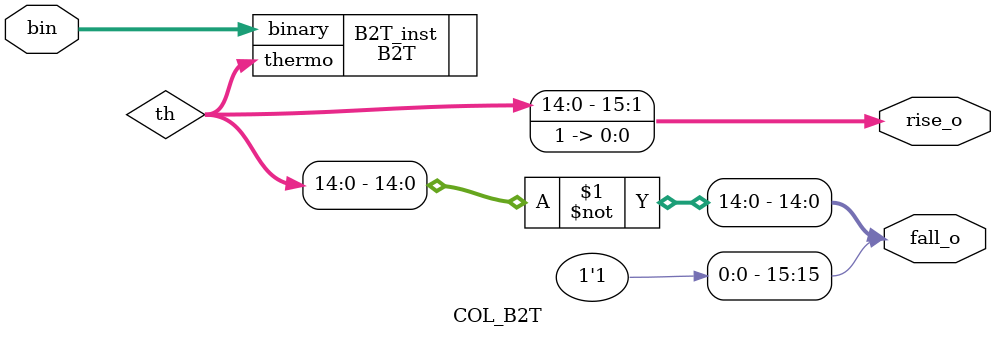
<source format=sv>
module COL_B2T (
	input  [3:0] bin,   // 4-bit binary input
	output [15:0] rise_o, // 16-bit thermometer code output
	output [15:0] fall_o // 16-bit thermometer code output
);

wire [15:0] th;
// Instantiate bin_to_thermo to generate rise_o
B2T B2T_inst (
	.binary(bin),
	.thermo(th)
);

// Generate fall_o as the complement of rise_o

assign rise_o =   {th[14:0],1'b1}; 
assign fall_o =   {1'b1 ,~th[14:0]};

endmodule


</source>
